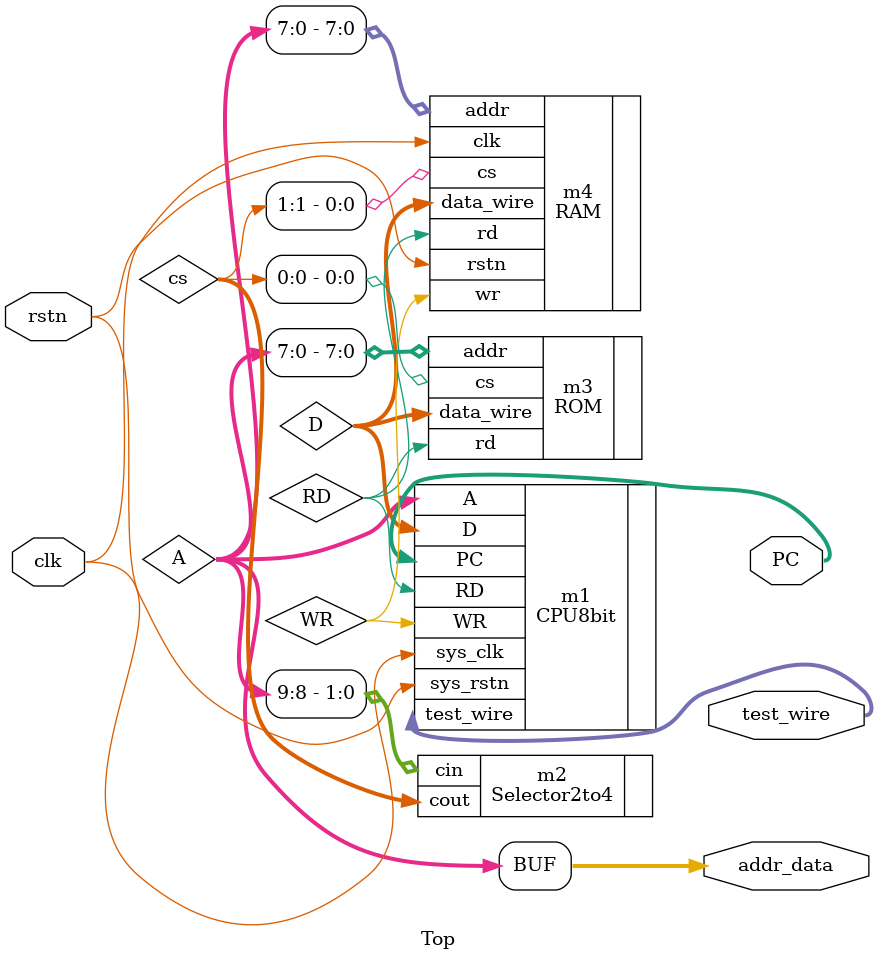
<source format=v>
module Top(
    input clk,
    input rstn,
    output wire [7:0] PC,
    output wire [7:0] test_wire,
    output wire [9:0] addr_data
);
wire [7:0] D;
wire [9:0] A;
wire WR,RD;
wire [3:0] cs;
assign addr_data = A;
CPU8bit m1(
    .sys_clk(clk),
    .sys_rstn(rstn),
    .D(D),
    .A(A),
    .PC(PC),
    .WR(WR),
    .RD(RD),
    .test_wire(test_wire)
);
Selector2to4 m2(
    .cin(A[9:8]),
    .cout(cs)
);
ROM m3(
    .data_wire(D),
    .rd(RD),
    .cs(cs[0]),
    .addr(A[7:0])
);
RAM m4(
    .clk(clk),
    .rstn(rstn),
    .data_wire(D),
    .addr(A[7:0]),
    .rd(RD),
    .wr(WR),
    .cs(cs[1])
);
// vio_0 m5(
//     .clk(sys_clk),
//     .probe_in0(D),
//     .probe_in1(test_wire),
//     .probe_in2(PC),
//     .probe_in3(inner_bus),
//     .probe_in4(A)
// );
endmodule
</source>
